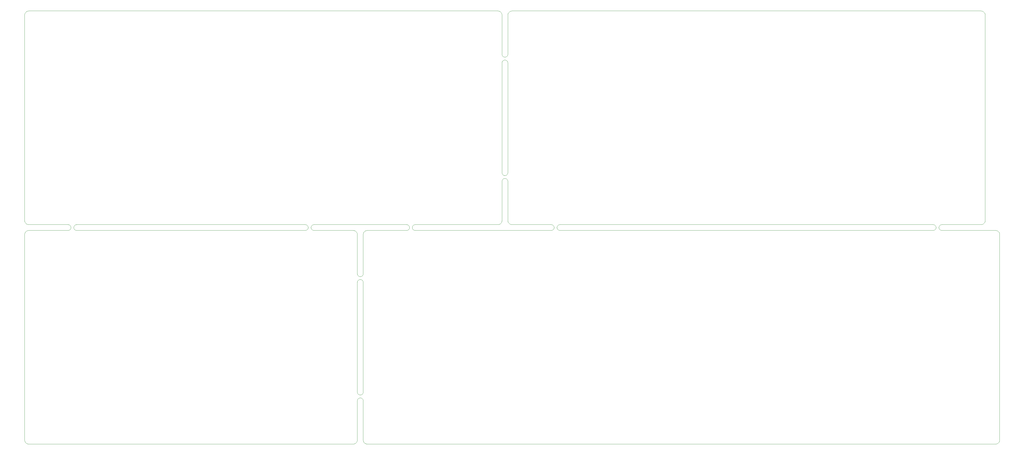
<source format=gbr>
G75*
G70*
%OFA0B0*%
%FSLAX24Y24*%
%IPPOS*%
%LPD*%
%AMOC8*
5,1,8,0,0,1.08239X$1,22.5*
%
%ADD10C,0.0039*%
D10*
X004103Y003275D02*
X048197Y003275D01*
X048243Y003277D01*
X048289Y003282D01*
X048335Y003291D01*
X048380Y003304D01*
X048423Y003320D01*
X048465Y003339D01*
X048506Y003362D01*
X048544Y003388D01*
X048581Y003417D01*
X048615Y003448D01*
X048646Y003482D01*
X048675Y003519D01*
X048701Y003557D01*
X048724Y003598D01*
X048743Y003640D01*
X048759Y003683D01*
X048772Y003728D01*
X048781Y003774D01*
X048786Y003820D01*
X048788Y003866D01*
X048788Y009181D01*
X048787Y009181D02*
X048789Y009220D01*
X048795Y009258D01*
X048804Y009295D01*
X048817Y009332D01*
X048834Y009367D01*
X048853Y009400D01*
X048876Y009431D01*
X048902Y009460D01*
X048931Y009486D01*
X048962Y009509D01*
X048995Y009528D01*
X049030Y009545D01*
X049067Y009558D01*
X049104Y009567D01*
X049142Y009573D01*
X049181Y009575D01*
X049220Y009573D01*
X049258Y009567D01*
X049295Y009558D01*
X049332Y009545D01*
X049367Y009528D01*
X049400Y009509D01*
X049431Y009486D01*
X049460Y009460D01*
X049486Y009431D01*
X049509Y009400D01*
X049528Y009367D01*
X049545Y009332D01*
X049558Y009295D01*
X049567Y009258D01*
X049573Y009220D01*
X049575Y009181D01*
X049575Y003866D01*
X049577Y003820D01*
X049582Y003774D01*
X049591Y003728D01*
X049604Y003683D01*
X049620Y003640D01*
X049639Y003598D01*
X049662Y003557D01*
X049688Y003519D01*
X049717Y003482D01*
X049748Y003448D01*
X049782Y003417D01*
X049819Y003388D01*
X049857Y003362D01*
X049898Y003339D01*
X049940Y003320D01*
X049983Y003304D01*
X050028Y003291D01*
X050074Y003282D01*
X050120Y003277D01*
X050166Y003275D01*
X135599Y003275D01*
X135645Y003277D01*
X135691Y003282D01*
X135737Y003291D01*
X135782Y003304D01*
X135825Y003320D01*
X135867Y003339D01*
X135908Y003362D01*
X135946Y003388D01*
X135983Y003417D01*
X136017Y003448D01*
X136048Y003482D01*
X136077Y003519D01*
X136103Y003557D01*
X136126Y003598D01*
X136145Y003640D01*
X136161Y003683D01*
X136174Y003728D01*
X136183Y003774D01*
X136188Y003820D01*
X136190Y003866D01*
X136189Y003866D02*
X136189Y031819D01*
X136190Y031819D02*
X136188Y031865D01*
X136183Y031911D01*
X136174Y031957D01*
X136161Y032002D01*
X136145Y032045D01*
X136126Y032087D01*
X136103Y032128D01*
X136077Y032166D01*
X136048Y032203D01*
X136017Y032237D01*
X135983Y032268D01*
X135946Y032297D01*
X135908Y032323D01*
X135867Y032346D01*
X135825Y032365D01*
X135782Y032381D01*
X135737Y032394D01*
X135691Y032403D01*
X135645Y032408D01*
X135599Y032410D01*
X135599Y032409D02*
X128315Y032409D01*
X128276Y032411D01*
X128238Y032417D01*
X128201Y032426D01*
X128164Y032439D01*
X128129Y032456D01*
X128096Y032475D01*
X128065Y032498D01*
X128036Y032524D01*
X128010Y032553D01*
X127987Y032584D01*
X127968Y032617D01*
X127951Y032652D01*
X127938Y032689D01*
X127929Y032726D01*
X127923Y032764D01*
X127921Y032803D01*
X127923Y032842D01*
X127929Y032880D01*
X127938Y032917D01*
X127951Y032954D01*
X127968Y032989D01*
X127987Y033022D01*
X128010Y033053D01*
X128036Y033082D01*
X128065Y033108D01*
X128096Y033131D01*
X128129Y033150D01*
X128164Y033167D01*
X128201Y033180D01*
X128238Y033189D01*
X128276Y033195D01*
X128315Y033197D01*
X128315Y033196D02*
X133630Y033196D01*
X133676Y033198D01*
X133722Y033203D01*
X133768Y033212D01*
X133813Y033225D01*
X133856Y033241D01*
X133898Y033260D01*
X133939Y033283D01*
X133977Y033309D01*
X134014Y033338D01*
X134048Y033369D01*
X134079Y033403D01*
X134108Y033440D01*
X134134Y033478D01*
X134157Y033519D01*
X134176Y033561D01*
X134192Y033604D01*
X134205Y033649D01*
X134214Y033695D01*
X134219Y033741D01*
X134221Y033787D01*
X134221Y061740D01*
X134219Y061786D01*
X134214Y061832D01*
X134205Y061878D01*
X134192Y061923D01*
X134176Y061966D01*
X134157Y062008D01*
X134134Y062049D01*
X134108Y062087D01*
X134079Y062124D01*
X134048Y062158D01*
X134014Y062189D01*
X133977Y062218D01*
X133939Y062244D01*
X133898Y062267D01*
X133856Y062286D01*
X133813Y062302D01*
X133768Y062315D01*
X133722Y062324D01*
X133676Y062329D01*
X133630Y062331D01*
X133630Y062330D02*
X069851Y062330D01*
X069851Y062331D02*
X069805Y062329D01*
X069759Y062324D01*
X069713Y062315D01*
X069668Y062302D01*
X069625Y062286D01*
X069583Y062267D01*
X069542Y062244D01*
X069504Y062218D01*
X069467Y062189D01*
X069433Y062158D01*
X069402Y062124D01*
X069373Y062087D01*
X069347Y062049D01*
X069324Y062008D01*
X069305Y061966D01*
X069289Y061923D01*
X069276Y061878D01*
X069267Y061832D01*
X069262Y061786D01*
X069260Y061740D01*
X069260Y056425D01*
X069258Y056386D01*
X069252Y056348D01*
X069243Y056311D01*
X069230Y056274D01*
X069213Y056239D01*
X069194Y056206D01*
X069171Y056175D01*
X069145Y056146D01*
X069116Y056120D01*
X069085Y056097D01*
X069052Y056078D01*
X069017Y056061D01*
X068980Y056048D01*
X068943Y056039D01*
X068905Y056033D01*
X068866Y056031D01*
X068827Y056033D01*
X068789Y056039D01*
X068752Y056048D01*
X068715Y056061D01*
X068680Y056078D01*
X068647Y056097D01*
X068616Y056120D01*
X068587Y056146D01*
X068561Y056175D01*
X068538Y056206D01*
X068519Y056239D01*
X068502Y056274D01*
X068489Y056311D01*
X068480Y056348D01*
X068474Y056386D01*
X068472Y056425D01*
X068473Y056425D02*
X068473Y061740D01*
X068471Y061786D01*
X068466Y061832D01*
X068457Y061878D01*
X068444Y061923D01*
X068428Y061966D01*
X068409Y062008D01*
X068386Y062049D01*
X068360Y062087D01*
X068331Y062124D01*
X068300Y062158D01*
X068266Y062189D01*
X068229Y062218D01*
X068191Y062244D01*
X068150Y062267D01*
X068108Y062286D01*
X068065Y062302D01*
X068020Y062315D01*
X067974Y062324D01*
X067928Y062329D01*
X067882Y062331D01*
X067882Y062330D02*
X004103Y062330D01*
X004103Y062331D02*
X004057Y062329D01*
X004011Y062324D01*
X003965Y062315D01*
X003920Y062302D01*
X003877Y062286D01*
X003835Y062267D01*
X003794Y062244D01*
X003756Y062218D01*
X003719Y062189D01*
X003685Y062158D01*
X003654Y062124D01*
X003625Y062087D01*
X003599Y062049D01*
X003576Y062008D01*
X003557Y061966D01*
X003541Y061923D01*
X003528Y061878D01*
X003519Y061832D01*
X003514Y061786D01*
X003512Y061740D01*
X003512Y033787D01*
X003514Y033741D01*
X003519Y033695D01*
X003528Y033649D01*
X003541Y033604D01*
X003557Y033561D01*
X003576Y033519D01*
X003599Y033478D01*
X003625Y033440D01*
X003654Y033403D01*
X003685Y033369D01*
X003719Y033338D01*
X003756Y033309D01*
X003794Y033283D01*
X003835Y033260D01*
X003877Y033241D01*
X003920Y033225D01*
X003965Y033212D01*
X004011Y033203D01*
X004057Y033198D01*
X004103Y033196D01*
X009418Y033196D01*
X009418Y033197D02*
X009457Y033195D01*
X009495Y033189D01*
X009532Y033180D01*
X009569Y033167D01*
X009604Y033150D01*
X009637Y033131D01*
X009668Y033108D01*
X009697Y033082D01*
X009723Y033053D01*
X009746Y033022D01*
X009765Y032989D01*
X009782Y032954D01*
X009795Y032917D01*
X009804Y032880D01*
X009810Y032842D01*
X009812Y032803D01*
X009810Y032764D01*
X009804Y032726D01*
X009795Y032689D01*
X009782Y032652D01*
X009765Y032617D01*
X009746Y032584D01*
X009723Y032553D01*
X009697Y032524D01*
X009668Y032498D01*
X009637Y032475D01*
X009604Y032456D01*
X009569Y032439D01*
X009532Y032426D01*
X009495Y032417D01*
X009457Y032411D01*
X009418Y032409D01*
X004103Y032409D01*
X004103Y032410D02*
X004057Y032408D01*
X004011Y032403D01*
X003965Y032394D01*
X003920Y032381D01*
X003877Y032365D01*
X003835Y032346D01*
X003794Y032323D01*
X003756Y032297D01*
X003719Y032268D01*
X003685Y032237D01*
X003654Y032203D01*
X003625Y032166D01*
X003599Y032128D01*
X003576Y032087D01*
X003557Y032045D01*
X003541Y032002D01*
X003528Y031957D01*
X003519Y031911D01*
X003514Y031865D01*
X003512Y031819D01*
X003512Y003866D01*
X003514Y003820D01*
X003519Y003774D01*
X003528Y003728D01*
X003541Y003683D01*
X003557Y003640D01*
X003576Y003598D01*
X003599Y003557D01*
X003625Y003519D01*
X003654Y003482D01*
X003685Y003448D01*
X003719Y003417D01*
X003756Y003388D01*
X003794Y003362D01*
X003835Y003339D01*
X003877Y003320D01*
X003920Y003304D01*
X003965Y003291D01*
X004011Y003282D01*
X004057Y003277D01*
X004103Y003275D01*
X048197Y003275D02*
X048243Y003277D01*
X048289Y003282D01*
X048335Y003291D01*
X048380Y003304D01*
X048423Y003320D01*
X048465Y003339D01*
X048506Y003362D01*
X048544Y003388D01*
X048581Y003417D01*
X048615Y003448D01*
X048646Y003482D01*
X048675Y003519D01*
X048701Y003557D01*
X048724Y003598D01*
X048743Y003640D01*
X048759Y003683D01*
X048772Y003728D01*
X048781Y003774D01*
X048786Y003820D01*
X048788Y003866D01*
X049575Y003866D02*
X049577Y003820D01*
X049582Y003774D01*
X049591Y003728D01*
X049604Y003683D01*
X049620Y003640D01*
X049639Y003598D01*
X049662Y003557D01*
X049688Y003519D01*
X049717Y003482D01*
X049748Y003448D01*
X049782Y003417D01*
X049819Y003388D01*
X049857Y003362D01*
X049898Y003339D01*
X049940Y003320D01*
X049983Y003304D01*
X050028Y003291D01*
X050074Y003282D01*
X050120Y003277D01*
X050166Y003275D01*
X049575Y010362D02*
X049575Y025322D01*
X049573Y025361D01*
X049567Y025399D01*
X049558Y025436D01*
X049545Y025473D01*
X049528Y025508D01*
X049509Y025541D01*
X049486Y025572D01*
X049460Y025601D01*
X049431Y025627D01*
X049400Y025650D01*
X049367Y025669D01*
X049332Y025686D01*
X049295Y025699D01*
X049258Y025708D01*
X049220Y025714D01*
X049181Y025716D01*
X049142Y025714D01*
X049104Y025708D01*
X049067Y025699D01*
X049030Y025686D01*
X048995Y025669D01*
X048962Y025650D01*
X048931Y025627D01*
X048902Y025601D01*
X048876Y025572D01*
X048853Y025541D01*
X048834Y025508D01*
X048817Y025473D01*
X048804Y025436D01*
X048795Y025399D01*
X048789Y025361D01*
X048787Y025322D01*
X048788Y025322D02*
X048788Y010362D01*
X048787Y010362D02*
X048789Y010323D01*
X048795Y010285D01*
X048804Y010248D01*
X048817Y010211D01*
X048834Y010176D01*
X048853Y010143D01*
X048876Y010112D01*
X048902Y010083D01*
X048931Y010057D01*
X048962Y010034D01*
X048995Y010015D01*
X049030Y009998D01*
X049067Y009985D01*
X049104Y009976D01*
X049142Y009970D01*
X049181Y009968D01*
X049220Y009970D01*
X049258Y009976D01*
X049295Y009985D01*
X049332Y009998D01*
X049367Y010015D01*
X049400Y010034D01*
X049431Y010057D01*
X049460Y010083D01*
X049486Y010112D01*
X049509Y010143D01*
X049528Y010176D01*
X049545Y010211D01*
X049558Y010248D01*
X049567Y010285D01*
X049573Y010323D01*
X049575Y010362D01*
X049575Y026504D02*
X049575Y031819D01*
X049577Y031865D01*
X049582Y031911D01*
X049591Y031957D01*
X049604Y032002D01*
X049620Y032045D01*
X049639Y032087D01*
X049662Y032128D01*
X049688Y032166D01*
X049717Y032203D01*
X049748Y032237D01*
X049782Y032268D01*
X049819Y032297D01*
X049857Y032323D01*
X049898Y032346D01*
X049940Y032365D01*
X049983Y032381D01*
X050028Y032394D01*
X050074Y032403D01*
X050120Y032408D01*
X050166Y032410D01*
X050166Y032409D02*
X055481Y032409D01*
X055520Y032411D01*
X055558Y032417D01*
X055595Y032426D01*
X055632Y032439D01*
X055667Y032456D01*
X055700Y032475D01*
X055731Y032498D01*
X055760Y032524D01*
X055786Y032553D01*
X055809Y032584D01*
X055828Y032617D01*
X055845Y032652D01*
X055858Y032689D01*
X055867Y032726D01*
X055873Y032764D01*
X055875Y032803D01*
X055873Y032842D01*
X055867Y032880D01*
X055858Y032917D01*
X055845Y032954D01*
X055828Y032989D01*
X055809Y033022D01*
X055786Y033053D01*
X055760Y033082D01*
X055731Y033108D01*
X055700Y033131D01*
X055667Y033150D01*
X055632Y033167D01*
X055595Y033180D01*
X055558Y033189D01*
X055520Y033195D01*
X055481Y033197D01*
X055481Y033196D02*
X042882Y033196D01*
X042882Y033197D02*
X042843Y033195D01*
X042805Y033189D01*
X042768Y033180D01*
X042731Y033167D01*
X042696Y033150D01*
X042663Y033131D01*
X042632Y033108D01*
X042603Y033082D01*
X042577Y033053D01*
X042554Y033022D01*
X042535Y032989D01*
X042518Y032954D01*
X042505Y032917D01*
X042496Y032880D01*
X042490Y032842D01*
X042488Y032803D01*
X042490Y032764D01*
X042496Y032726D01*
X042505Y032689D01*
X042518Y032652D01*
X042535Y032617D01*
X042554Y032584D01*
X042577Y032553D01*
X042603Y032524D01*
X042632Y032498D01*
X042663Y032475D01*
X042696Y032456D01*
X042731Y032439D01*
X042768Y032426D01*
X042805Y032417D01*
X042843Y032411D01*
X042882Y032409D01*
X048197Y032409D01*
X048197Y032410D02*
X048243Y032408D01*
X048289Y032403D01*
X048335Y032394D01*
X048380Y032381D01*
X048423Y032365D01*
X048465Y032346D01*
X048506Y032323D01*
X048544Y032297D01*
X048581Y032268D01*
X048615Y032237D01*
X048646Y032203D01*
X048675Y032166D01*
X048701Y032128D01*
X048724Y032087D01*
X048743Y032045D01*
X048759Y032002D01*
X048772Y031957D01*
X048781Y031911D01*
X048786Y031865D01*
X048788Y031819D01*
X048788Y026504D01*
X048787Y026504D02*
X048789Y026465D01*
X048795Y026427D01*
X048804Y026390D01*
X048817Y026353D01*
X048834Y026318D01*
X048853Y026285D01*
X048876Y026254D01*
X048902Y026225D01*
X048931Y026199D01*
X048962Y026176D01*
X048995Y026157D01*
X049030Y026140D01*
X049067Y026127D01*
X049104Y026118D01*
X049142Y026112D01*
X049181Y026110D01*
X049220Y026112D01*
X049258Y026118D01*
X049295Y026127D01*
X049332Y026140D01*
X049367Y026157D01*
X049400Y026176D01*
X049431Y026199D01*
X049460Y026225D01*
X049486Y026254D01*
X049509Y026285D01*
X049528Y026318D01*
X049545Y026353D01*
X049558Y026390D01*
X049567Y026427D01*
X049573Y026465D01*
X049575Y026504D01*
X049575Y031819D02*
X049577Y031865D01*
X049582Y031911D01*
X049591Y031957D01*
X049604Y032002D01*
X049620Y032045D01*
X049639Y032087D01*
X049662Y032128D01*
X049688Y032166D01*
X049717Y032203D01*
X049748Y032237D01*
X049782Y032268D01*
X049819Y032297D01*
X049857Y032323D01*
X049898Y032346D01*
X049940Y032365D01*
X049983Y032381D01*
X050028Y032394D01*
X050074Y032403D01*
X050120Y032408D01*
X050166Y032410D01*
X050120Y032408D01*
X050074Y032403D01*
X050028Y032394D01*
X049983Y032381D01*
X049940Y032365D01*
X049898Y032346D01*
X049857Y032323D01*
X049819Y032297D01*
X049782Y032268D01*
X049748Y032237D01*
X049717Y032203D01*
X049688Y032166D01*
X049662Y032128D01*
X049639Y032087D01*
X049620Y032045D01*
X049604Y032002D01*
X049591Y031957D01*
X049582Y031911D01*
X049577Y031865D01*
X049575Y031819D01*
X048788Y031819D02*
X048786Y031865D01*
X048781Y031911D01*
X048772Y031957D01*
X048759Y032002D01*
X048743Y032045D01*
X048724Y032087D01*
X048701Y032128D01*
X048675Y032166D01*
X048646Y032203D01*
X048615Y032237D01*
X048581Y032268D01*
X048544Y032297D01*
X048506Y032323D01*
X048465Y032346D01*
X048423Y032365D01*
X048380Y032381D01*
X048335Y032394D01*
X048289Y032403D01*
X048243Y032408D01*
X048197Y032410D01*
X048243Y032408D01*
X048289Y032403D01*
X048335Y032394D01*
X048380Y032381D01*
X048423Y032365D01*
X048465Y032346D01*
X048506Y032323D01*
X048544Y032297D01*
X048581Y032268D01*
X048615Y032237D01*
X048646Y032203D01*
X048675Y032166D01*
X048701Y032128D01*
X048724Y032087D01*
X048743Y032045D01*
X048759Y032002D01*
X048772Y031957D01*
X048781Y031911D01*
X048786Y031865D01*
X048788Y031819D01*
X041701Y032409D02*
X010599Y032409D01*
X010560Y032411D01*
X010522Y032417D01*
X010485Y032426D01*
X010448Y032439D01*
X010413Y032456D01*
X010380Y032475D01*
X010349Y032498D01*
X010320Y032524D01*
X010294Y032553D01*
X010271Y032584D01*
X010252Y032617D01*
X010235Y032652D01*
X010222Y032689D01*
X010213Y032726D01*
X010207Y032764D01*
X010205Y032803D01*
X010207Y032842D01*
X010213Y032880D01*
X010222Y032917D01*
X010235Y032954D01*
X010252Y032989D01*
X010271Y033022D01*
X010294Y033053D01*
X010320Y033082D01*
X010349Y033108D01*
X010380Y033131D01*
X010413Y033150D01*
X010448Y033167D01*
X010485Y033180D01*
X010522Y033189D01*
X010560Y033195D01*
X010599Y033197D01*
X010599Y033196D02*
X041701Y033196D01*
X041701Y033197D02*
X041740Y033195D01*
X041778Y033189D01*
X041815Y033180D01*
X041852Y033167D01*
X041887Y033150D01*
X041920Y033131D01*
X041951Y033108D01*
X041980Y033082D01*
X042006Y033053D01*
X042029Y033022D01*
X042048Y032989D01*
X042065Y032954D01*
X042078Y032917D01*
X042087Y032880D01*
X042093Y032842D01*
X042095Y032803D01*
X042093Y032764D01*
X042087Y032726D01*
X042078Y032689D01*
X042065Y032652D01*
X042048Y032617D01*
X042029Y032584D01*
X042006Y032553D01*
X041980Y032524D01*
X041951Y032498D01*
X041920Y032475D01*
X041887Y032456D01*
X041852Y032439D01*
X041815Y032426D01*
X041778Y032417D01*
X041740Y032411D01*
X041701Y032409D01*
X056662Y032409D02*
X075166Y032409D01*
X075205Y032411D01*
X075243Y032417D01*
X075280Y032426D01*
X075317Y032439D01*
X075352Y032456D01*
X075385Y032475D01*
X075416Y032498D01*
X075445Y032524D01*
X075471Y032553D01*
X075494Y032584D01*
X075513Y032617D01*
X075530Y032652D01*
X075543Y032689D01*
X075552Y032726D01*
X075558Y032764D01*
X075560Y032803D01*
X075558Y032842D01*
X075552Y032880D01*
X075543Y032917D01*
X075530Y032954D01*
X075513Y032989D01*
X075494Y033022D01*
X075471Y033053D01*
X075445Y033082D01*
X075416Y033108D01*
X075385Y033131D01*
X075352Y033150D01*
X075317Y033167D01*
X075280Y033180D01*
X075243Y033189D01*
X075205Y033195D01*
X075166Y033197D01*
X075166Y033196D02*
X069851Y033196D01*
X069805Y033198D01*
X069759Y033203D01*
X069713Y033212D01*
X069668Y033225D01*
X069625Y033241D01*
X069583Y033260D01*
X069542Y033283D01*
X069504Y033309D01*
X069467Y033338D01*
X069433Y033369D01*
X069402Y033403D01*
X069373Y033440D01*
X069347Y033478D01*
X069324Y033519D01*
X069305Y033561D01*
X069289Y033604D01*
X069276Y033649D01*
X069267Y033695D01*
X069262Y033741D01*
X069260Y033787D01*
X069260Y039102D01*
X069258Y039141D01*
X069252Y039179D01*
X069243Y039216D01*
X069230Y039253D01*
X069213Y039288D01*
X069194Y039321D01*
X069171Y039352D01*
X069145Y039381D01*
X069116Y039407D01*
X069085Y039430D01*
X069052Y039449D01*
X069017Y039466D01*
X068980Y039479D01*
X068943Y039488D01*
X068905Y039494D01*
X068866Y039496D01*
X068827Y039494D01*
X068789Y039488D01*
X068752Y039479D01*
X068715Y039466D01*
X068680Y039449D01*
X068647Y039430D01*
X068616Y039407D01*
X068587Y039381D01*
X068561Y039352D01*
X068538Y039321D01*
X068519Y039288D01*
X068502Y039253D01*
X068489Y039216D01*
X068480Y039179D01*
X068474Y039141D01*
X068472Y039102D01*
X068473Y039102D02*
X068473Y033787D01*
X068471Y033741D01*
X068466Y033695D01*
X068457Y033649D01*
X068444Y033604D01*
X068428Y033561D01*
X068409Y033519D01*
X068386Y033478D01*
X068360Y033440D01*
X068331Y033403D01*
X068300Y033369D01*
X068266Y033338D01*
X068229Y033309D01*
X068191Y033283D01*
X068150Y033260D01*
X068108Y033241D01*
X068065Y033225D01*
X068020Y033212D01*
X067974Y033203D01*
X067928Y033198D01*
X067882Y033196D01*
X056662Y033196D01*
X056662Y033197D02*
X056623Y033195D01*
X056585Y033189D01*
X056548Y033180D01*
X056511Y033167D01*
X056476Y033150D01*
X056443Y033131D01*
X056412Y033108D01*
X056383Y033082D01*
X056357Y033053D01*
X056334Y033022D01*
X056315Y032989D01*
X056298Y032954D01*
X056285Y032917D01*
X056276Y032880D01*
X056270Y032842D01*
X056268Y032803D01*
X056270Y032764D01*
X056276Y032726D01*
X056285Y032689D01*
X056298Y032652D01*
X056315Y032617D01*
X056334Y032584D01*
X056357Y032553D01*
X056383Y032524D01*
X056412Y032498D01*
X056443Y032475D01*
X056476Y032456D01*
X056511Y032439D01*
X056548Y032426D01*
X056585Y032417D01*
X056623Y032411D01*
X056662Y032409D01*
X067882Y033196D02*
X067928Y033198D01*
X067974Y033203D01*
X068020Y033212D01*
X068065Y033225D01*
X068108Y033241D01*
X068150Y033260D01*
X068191Y033283D01*
X068229Y033309D01*
X068266Y033338D01*
X068300Y033369D01*
X068331Y033403D01*
X068360Y033440D01*
X068386Y033478D01*
X068409Y033519D01*
X068428Y033561D01*
X068444Y033604D01*
X068457Y033649D01*
X068466Y033695D01*
X068471Y033741D01*
X068473Y033787D01*
X069260Y033787D02*
X069262Y033741D01*
X069267Y033695D01*
X069276Y033649D01*
X069289Y033604D01*
X069305Y033561D01*
X069324Y033519D01*
X069347Y033478D01*
X069373Y033440D01*
X069402Y033403D01*
X069433Y033369D01*
X069467Y033338D01*
X069504Y033309D01*
X069542Y033283D01*
X069583Y033260D01*
X069625Y033241D01*
X069668Y033225D01*
X069713Y033212D01*
X069759Y033203D01*
X069805Y033198D01*
X069851Y033196D01*
X069805Y033198D01*
X069759Y033203D01*
X069713Y033212D01*
X069668Y033225D01*
X069625Y033241D01*
X069583Y033260D01*
X069542Y033283D01*
X069504Y033309D01*
X069467Y033338D01*
X069433Y033369D01*
X069402Y033403D01*
X069373Y033440D01*
X069347Y033478D01*
X069324Y033519D01*
X069305Y033561D01*
X069289Y033604D01*
X069276Y033649D01*
X069267Y033695D01*
X069262Y033741D01*
X069260Y033787D01*
X076347Y033196D02*
X127134Y033196D01*
X127134Y033197D02*
X127173Y033195D01*
X127211Y033189D01*
X127248Y033180D01*
X127285Y033167D01*
X127320Y033150D01*
X127353Y033131D01*
X127384Y033108D01*
X127413Y033082D01*
X127439Y033053D01*
X127462Y033022D01*
X127481Y032989D01*
X127498Y032954D01*
X127511Y032917D01*
X127520Y032880D01*
X127526Y032842D01*
X127528Y032803D01*
X127526Y032764D01*
X127520Y032726D01*
X127511Y032689D01*
X127498Y032652D01*
X127481Y032617D01*
X127462Y032584D01*
X127439Y032553D01*
X127413Y032524D01*
X127384Y032498D01*
X127353Y032475D01*
X127320Y032456D01*
X127285Y032439D01*
X127248Y032426D01*
X127211Y032417D01*
X127173Y032411D01*
X127134Y032409D01*
X076347Y032409D01*
X076308Y032411D01*
X076270Y032417D01*
X076233Y032426D01*
X076196Y032439D01*
X076161Y032456D01*
X076128Y032475D01*
X076097Y032498D01*
X076068Y032524D01*
X076042Y032553D01*
X076019Y032584D01*
X076000Y032617D01*
X075983Y032652D01*
X075970Y032689D01*
X075961Y032726D01*
X075955Y032764D01*
X075953Y032803D01*
X075955Y032842D01*
X075961Y032880D01*
X075970Y032917D01*
X075983Y032954D01*
X076000Y032989D01*
X076019Y033022D01*
X076042Y033053D01*
X076068Y033082D01*
X076097Y033108D01*
X076128Y033131D01*
X076161Y033150D01*
X076196Y033167D01*
X076233Y033180D01*
X076270Y033189D01*
X076308Y033195D01*
X076347Y033197D01*
X069260Y040283D02*
X069260Y055244D01*
X069258Y055283D01*
X069252Y055321D01*
X069243Y055358D01*
X069230Y055395D01*
X069213Y055430D01*
X069194Y055463D01*
X069171Y055494D01*
X069145Y055523D01*
X069116Y055549D01*
X069085Y055572D01*
X069052Y055591D01*
X069017Y055608D01*
X068980Y055621D01*
X068943Y055630D01*
X068905Y055636D01*
X068866Y055638D01*
X068827Y055636D01*
X068789Y055630D01*
X068752Y055621D01*
X068715Y055608D01*
X068680Y055591D01*
X068647Y055572D01*
X068616Y055549D01*
X068587Y055523D01*
X068561Y055494D01*
X068538Y055463D01*
X068519Y055430D01*
X068502Y055395D01*
X068489Y055358D01*
X068480Y055321D01*
X068474Y055283D01*
X068472Y055244D01*
X068473Y055244D02*
X068473Y040283D01*
X068472Y040283D02*
X068474Y040244D01*
X068480Y040206D01*
X068489Y040169D01*
X068502Y040132D01*
X068519Y040097D01*
X068538Y040064D01*
X068561Y040033D01*
X068587Y040004D01*
X068616Y039978D01*
X068647Y039955D01*
X068680Y039936D01*
X068715Y039919D01*
X068752Y039906D01*
X068789Y039897D01*
X068827Y039891D01*
X068866Y039889D01*
X068905Y039891D01*
X068943Y039897D01*
X068980Y039906D01*
X069017Y039919D01*
X069052Y039936D01*
X069085Y039955D01*
X069116Y039978D01*
X069145Y040004D01*
X069171Y040033D01*
X069194Y040064D01*
X069213Y040097D01*
X069230Y040132D01*
X069243Y040169D01*
X069252Y040206D01*
X069258Y040244D01*
X069260Y040283D01*
X069260Y061740D02*
X069262Y061786D01*
X069267Y061832D01*
X069276Y061878D01*
X069289Y061923D01*
X069305Y061966D01*
X069324Y062008D01*
X069347Y062049D01*
X069373Y062087D01*
X069402Y062124D01*
X069433Y062158D01*
X069467Y062189D01*
X069504Y062218D01*
X069542Y062244D01*
X069583Y062267D01*
X069625Y062286D01*
X069668Y062302D01*
X069713Y062315D01*
X069759Y062324D01*
X069805Y062329D01*
X069851Y062331D01*
X068473Y061740D02*
X068471Y061786D01*
X068466Y061832D01*
X068457Y061878D01*
X068444Y061923D01*
X068428Y061966D01*
X068409Y062008D01*
X068386Y062049D01*
X068360Y062087D01*
X068331Y062124D01*
X068300Y062158D01*
X068266Y062189D01*
X068229Y062218D01*
X068191Y062244D01*
X068150Y062267D01*
X068108Y062286D01*
X068065Y062302D01*
X068020Y062315D01*
X067974Y062324D01*
X067928Y062329D01*
X067882Y062331D01*
X133630Y033196D02*
X133676Y033198D01*
X133722Y033203D01*
X133768Y033212D01*
X133813Y033225D01*
X133856Y033241D01*
X133898Y033260D01*
X133939Y033283D01*
X133977Y033309D01*
X134014Y033338D01*
X134048Y033369D01*
X134079Y033403D01*
X134108Y033440D01*
X134134Y033478D01*
X134157Y033519D01*
X134176Y033561D01*
X134192Y033604D01*
X134205Y033649D01*
X134214Y033695D01*
X134219Y033741D01*
X134221Y033787D01*
M02*

</source>
